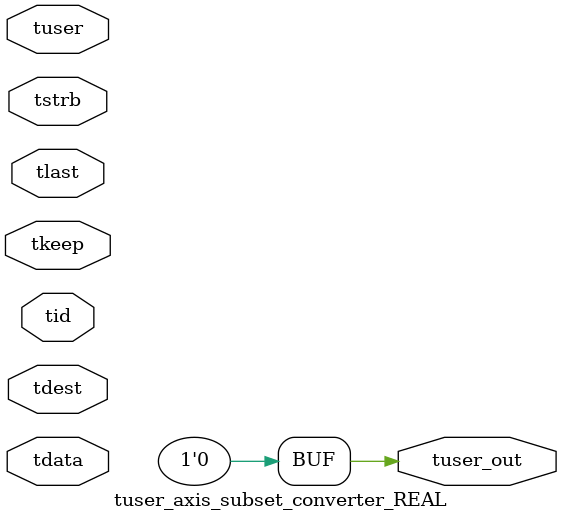
<source format=v>


`timescale 1ps/1ps

module tuser_axis_subset_converter_REAL #
(
parameter C_S_AXIS_TUSER_WIDTH = 1,
parameter C_S_AXIS_TDATA_WIDTH = 32,
parameter C_S_AXIS_TID_WIDTH   = 0,
parameter C_S_AXIS_TDEST_WIDTH = 0,
parameter C_M_AXIS_TUSER_WIDTH = 1
)
(
input  [(C_S_AXIS_TUSER_WIDTH == 0 ? 1 : C_S_AXIS_TUSER_WIDTH)-1:0     ] tuser,
input  [(C_S_AXIS_TDATA_WIDTH == 0 ? 1 : C_S_AXIS_TDATA_WIDTH)-1:0     ] tdata,
input  [(C_S_AXIS_TID_WIDTH   == 0 ? 1 : C_S_AXIS_TID_WIDTH)-1:0       ] tid,
input  [(C_S_AXIS_TDEST_WIDTH == 0 ? 1 : C_S_AXIS_TDEST_WIDTH)-1:0     ] tdest,
input  [(C_S_AXIS_TDATA_WIDTH/8)-1:0 ] tkeep,
input  [(C_S_AXIS_TDATA_WIDTH/8)-1:0 ] tstrb,
input                                                                    tlast,
output [C_M_AXIS_TUSER_WIDTH-1:0] tuser_out
);

assign tuser_out = {1'b0};

endmodule


</source>
